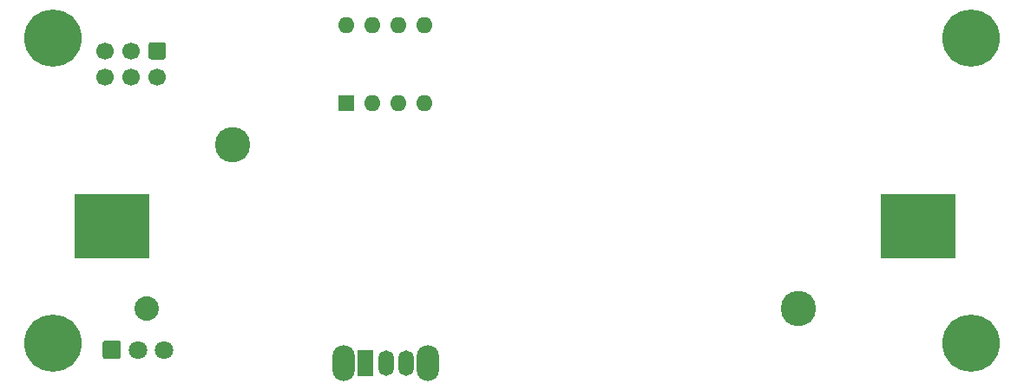
<source format=gbr>
%TF.GenerationSoftware,KiCad,Pcbnew,(5.1.7)-1*%
%TF.CreationDate,2020-11-19T15:51:39+01:00*%
%TF.ProjectId,Notifier,4e6f7469-6669-4657-922e-6b696361645f,rev?*%
%TF.SameCoordinates,Original*%
%TF.FileFunction,Soldermask,Bot*%
%TF.FilePolarity,Negative*%
%FSLAX46Y46*%
G04 Gerber Fmt 4.6, Leading zero omitted, Abs format (unit mm)*
G04 Created by KiCad (PCBNEW (5.1.7)-1) date 2020-11-19 15:51:39*
%MOMM*%
%LPD*%
G01*
G04 APERTURE LIST*
%ADD10C,5.600000*%
%ADD11C,2.390000*%
%ADD12C,3.450000*%
%ADD13R,7.340000X6.350000*%
%ADD14C,1.800000*%
%ADD15O,2.200000X3.500000*%
%ADD16O,1.500000X2.500000*%
%ADD17R,1.500000X2.500000*%
%ADD18O,1.600000X1.600000*%
%ADD19R,1.600000X1.600000*%
%ADD20C,1.700000*%
G04 APERTURE END LIST*
D10*
%TO.C,H4*%
X120015000Y-160020000D03*
%TD*%
%TO.C,H3*%
X120015000Y-130175000D03*
%TD*%
%TO.C,H2*%
X30480000Y-130175000D03*
%TD*%
%TO.C,H1*%
X30480000Y-160020000D03*
%TD*%
D11*
%TO.C,J1*%
X39635000Y-156590000D03*
D12*
X47965000Y-140590000D03*
X103165000Y-156590000D03*
D13*
X114895000Y-148590000D03*
X36235000Y-148590000D03*
%TD*%
D14*
%TO.C,U2*%
X41275000Y-160655000D03*
X38735000Y-160655000D03*
G36*
G01*
X35295000Y-161306600D02*
X35295000Y-160003400D01*
G75*
G02*
X35543400Y-159755000I248400J0D01*
G01*
X36846600Y-159755000D01*
G75*
G02*
X37095000Y-160003400I0J-248400D01*
G01*
X37095000Y-161306600D01*
G75*
G02*
X36846600Y-161555000I-248400J0D01*
G01*
X35543400Y-161555000D01*
G75*
G02*
X35295000Y-161306600I0J248400D01*
G01*
G37*
%TD*%
D15*
%TO.C,ON/OFF*%
X67060000Y-161925000D03*
X58860000Y-161925000D03*
D16*
X64960000Y-161925000D03*
X62960000Y-161925000D03*
D17*
X60960000Y-161925000D03*
%TD*%
D18*
%TO.C,U1*%
X59055000Y-128905000D03*
X66675000Y-136525000D03*
X61595000Y-128905000D03*
X64135000Y-136525000D03*
X64135000Y-128905000D03*
X61595000Y-136525000D03*
X66675000Y-128905000D03*
D19*
X59055000Y-136525000D03*
%TD*%
%TO.C,J2*%
G36*
G01*
X40040000Y-130595000D02*
X41240000Y-130595000D01*
G75*
G02*
X41490000Y-130845000I0J-250000D01*
G01*
X41490000Y-132045000D01*
G75*
G02*
X41240000Y-132295000I-250000J0D01*
G01*
X40040000Y-132295000D01*
G75*
G02*
X39790000Y-132045000I0J250000D01*
G01*
X39790000Y-130845000D01*
G75*
G02*
X40040000Y-130595000I250000J0D01*
G01*
G37*
D20*
X38100000Y-131445000D03*
X35560000Y-131445000D03*
X40640000Y-133985000D03*
X38100000Y-133985000D03*
X35560000Y-133985000D03*
%TD*%
M02*

</source>
